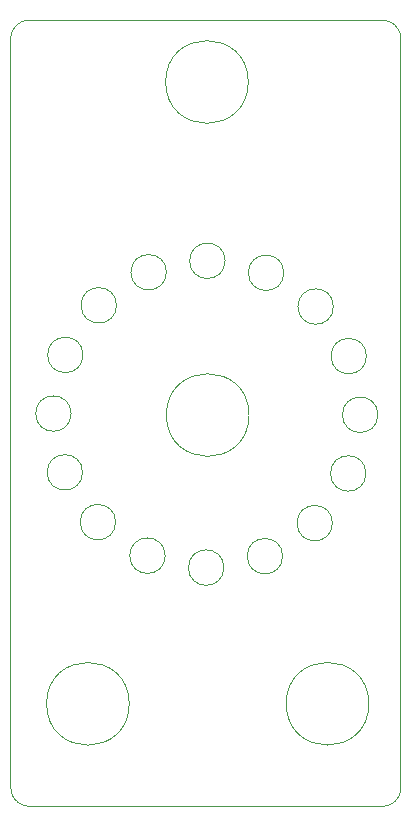
<source format=gbr>
G04 #@! TF.GenerationSoftware,KiCad,Pcbnew,(5.1.5-0-10_14)*
G04 #@! TF.CreationDate,2020-01-23T13:01:27-08:00*
G04 #@! TF.ProjectId,FaceplateBoardNoParts,46616365-706c-4617-9465-426f6172644e,rev?*
G04 #@! TF.SameCoordinates,Original*
G04 #@! TF.FileFunction,Profile,NP*
%FSLAX46Y46*%
G04 Gerber Fmt 4.6, Leading zero omitted, Abs format (unit mm)*
G04 Created by KiCad (PCBNEW (5.1.5-0-10_14)) date 2020-01-23 13:01:27*
%MOMM*%
%LPD*%
G04 APERTURE LIST*
%ADD10C,0.050000*%
%ADD11C,0.100000*%
G04 APERTURE END LIST*
D10*
X146563810Y-115838373D02*
G75*
G03X146563810Y-115838373I-1500000J0D01*
G01*
X141596427Y-114827532D02*
G75*
G03X141596427Y-114827532I-1500000J0D01*
G01*
X151538813Y-114868172D02*
G75*
G03X151538813Y-114868172I-1500000J0D01*
G01*
X137469624Y-93628387D02*
G75*
G03X137469624Y-93628387I-1500000J0D01*
G01*
X134639191Y-97831390D02*
G75*
G03X134639191Y-97831390I-1500000J0D01*
G01*
X133628350Y-102798773D02*
G75*
G03X133628350Y-102798773I-1500000J0D01*
G01*
X134598551Y-107771236D02*
G75*
G03X134598551Y-107771236I-1500000J0D01*
G01*
X137395964Y-111989479D02*
G75*
G03X137395964Y-111989479I-1500000J0D01*
G01*
X141695487Y-90830974D02*
G75*
G03X141695487Y-90830974I-1500000J0D01*
G01*
X155757056Y-112073299D02*
G75*
G03X155757056Y-112073299I-1500000J0D01*
G01*
X158595109Y-107865216D02*
G75*
G03X158595109Y-107865216I-1500000J0D01*
G01*
X159603410Y-102900373D02*
G75*
G03X159603410Y-102900373I-1500000J0D01*
G01*
X158633209Y-97930450D02*
G75*
G03X158633209Y-97930450I-1500000J0D01*
G01*
X155835796Y-93736207D02*
G75*
G03X155835796Y-93736207I-1500000J0D01*
G01*
X151635333Y-90879234D02*
G75*
G03X151635333Y-90879234I-1500000J0D01*
G01*
X146667950Y-89863313D02*
G75*
G03X146667950Y-89863313I-1500000J0D01*
G01*
X148631587Y-74721014D02*
G75*
G03X148631587Y-74721014I-3500000J0D01*
G01*
X158839587Y-127368843D02*
G75*
G03X158839587Y-127368843I-3500000J0D01*
G01*
X138551587Y-127368843D02*
G75*
G03X138551587Y-127368843I-3500000J0D01*
G01*
X148695587Y-102921343D02*
G75*
G03X148695587Y-102921343I-3500000J0D01*
G01*
D11*
X130069497Y-135999368D02*
X159927136Y-135999368D01*
X128488321Y-134418192D02*
X128491252Y-134515326D01*
X128491252Y-134515326D02*
X128499571Y-134607810D01*
X128499571Y-134607810D02*
X128512797Y-134696866D01*
X128512797Y-134696866D02*
X128530056Y-134780651D01*
X128530056Y-134780651D02*
X128550907Y-134860128D01*
X128550907Y-134860128D02*
X128575125Y-134936204D01*
X128575125Y-134936204D02*
X128602909Y-135010281D01*
X128602909Y-135010281D02*
X128633232Y-135080366D01*
X128633232Y-135080366D02*
X128666240Y-135147589D01*
X128666240Y-135147589D02*
X128702287Y-135212974D01*
X128702287Y-135212974D02*
X128742096Y-135277680D01*
X128742096Y-135277680D02*
X128782970Y-135337621D01*
X128782970Y-135337621D02*
X128826295Y-135395318D01*
X128826295Y-135395318D02*
X128871757Y-135450481D01*
X128871757Y-135450481D02*
X128919219Y-135503083D01*
X128919219Y-135503083D02*
X128968961Y-135553507D01*
X128968961Y-135553507D02*
X129021350Y-135602067D01*
X129021350Y-135602067D02*
X129075663Y-135648060D01*
X129075663Y-135648060D02*
X129133468Y-135692670D01*
X129133468Y-135692670D02*
X129192851Y-135734298D01*
X129192851Y-135734298D02*
X129254185Y-135773229D01*
X129254185Y-135773229D02*
X129318963Y-135810232D01*
X129318963Y-135810232D02*
X129387230Y-135844999D01*
X129387230Y-135844999D02*
X129457357Y-135876511D01*
X129457357Y-135876511D02*
X129531513Y-135905486D01*
X129531513Y-135905486D02*
X129606559Y-135930515D01*
X129606559Y-135930515D02*
X129685003Y-135952290D01*
X129685003Y-135952290D02*
X129768963Y-135970840D01*
X129768963Y-135970840D02*
X129856992Y-135985206D01*
X129856992Y-135985206D02*
X129949406Y-135994872D01*
X129949406Y-135994872D02*
X130045233Y-135999184D01*
X130045233Y-135999184D02*
X130069497Y-135999368D01*
X128488321Y-71032539D02*
X128488321Y-134418192D01*
X128488321Y-134418192D02*
X128488321Y-134418192D01*
X130069497Y-69451363D02*
X129967319Y-69454608D01*
X129967319Y-69454608D02*
X129874913Y-69463213D01*
X129874913Y-69463213D02*
X129787773Y-69476382D01*
X129787773Y-69476382D02*
X129704045Y-69493801D01*
X129704045Y-69493801D02*
X129624335Y-69514887D01*
X129624335Y-69514887D02*
X129547473Y-69539560D01*
X129547473Y-69539560D02*
X129474609Y-69567082D01*
X129474609Y-69567082D02*
X129404591Y-69597535D01*
X129404591Y-69597535D02*
X129336378Y-69631221D01*
X129336378Y-69631221D02*
X129271100Y-69667435D01*
X129271100Y-69667435D02*
X129208003Y-69706435D01*
X129208003Y-69706435D02*
X129147402Y-69747918D01*
X129147402Y-69747918D02*
X129083063Y-69796712D01*
X129083063Y-69796712D02*
X129018246Y-69851412D01*
X129018246Y-69851412D02*
X128965562Y-69900522D01*
X128965562Y-69900522D02*
X128915563Y-69951525D01*
X128915563Y-69951525D02*
X128868085Y-70004512D01*
X128868085Y-70004512D02*
X128822997Y-70059608D01*
X128822997Y-70059608D02*
X128779693Y-70117697D01*
X128779693Y-70117697D02*
X128738382Y-70178794D01*
X128738382Y-70178794D02*
X128699891Y-70241875D01*
X128699891Y-70241875D02*
X128664035Y-70307380D01*
X128664035Y-70307380D02*
X128631226Y-70374718D01*
X128631226Y-70374718D02*
X128600215Y-70447154D01*
X128600215Y-70447154D02*
X128573054Y-70520529D01*
X128573054Y-70520529D02*
X128548635Y-70598497D01*
X128548635Y-70598497D02*
X128527437Y-70681427D01*
X128527437Y-70681427D02*
X128510782Y-70765432D01*
X128510782Y-70765432D02*
X128498208Y-70854698D01*
X128498208Y-70854698D02*
X128490572Y-70947381D01*
X128490572Y-70947381D02*
X128488321Y-71032539D01*
X159927136Y-69451363D02*
X130069497Y-69451363D01*
X130069497Y-69451363D02*
X130069497Y-69451363D01*
X161508312Y-71032539D02*
X161505335Y-70934768D01*
X161505335Y-70934768D02*
X161496980Y-70842292D01*
X161496980Y-70842292D02*
X161483829Y-70753858D01*
X161483829Y-70753858D02*
X161466427Y-70669474D01*
X161466427Y-70669474D02*
X161444866Y-70587669D01*
X161444866Y-70587669D02*
X161420107Y-70510515D01*
X161420107Y-70510515D02*
X161392131Y-70436535D01*
X161392131Y-70436535D02*
X161361372Y-70365999D01*
X161361372Y-70365999D02*
X161327056Y-70296774D01*
X161327056Y-70296774D02*
X161290868Y-70231826D01*
X161290868Y-70231826D02*
X161252417Y-70169799D01*
X161252417Y-70169799D02*
X161211750Y-70110444D01*
X161211750Y-70110444D02*
X161167758Y-70052143D01*
X161167758Y-70052143D02*
X161122347Y-69997325D01*
X161122347Y-69997325D02*
X161074556Y-69944625D01*
X161074556Y-69944625D02*
X161024468Y-69894124D01*
X161024468Y-69894124D02*
X160972164Y-69845907D01*
X160972164Y-69845907D02*
X160917267Y-69799682D01*
X160917267Y-69799682D02*
X160859323Y-69755241D01*
X160859323Y-69755241D02*
X160800308Y-69714117D01*
X160800308Y-69714117D02*
X160738607Y-69675189D01*
X160738607Y-69675189D02*
X160673452Y-69638225D01*
X160673452Y-69638225D02*
X160606690Y-69604430D01*
X160606690Y-69604430D02*
X160537327Y-69573398D01*
X160537327Y-69573398D02*
X160463406Y-69544620D01*
X160463406Y-69544620D02*
X160387449Y-69519411D01*
X160387449Y-69519411D02*
X160307462Y-69497401D01*
X160307462Y-69497401D02*
X160222817Y-69478959D01*
X160222817Y-69478959D02*
X160134695Y-69464861D01*
X160134695Y-69464861D02*
X160043140Y-69455550D01*
X160043140Y-69455550D02*
X159946294Y-69451474D01*
X159946294Y-69451474D02*
X159927136Y-69451363D01*
X161508312Y-134418192D02*
X161508312Y-71032539D01*
X161508312Y-71032539D02*
X161508312Y-71032539D01*
X159927136Y-135999368D02*
X160024271Y-135996429D01*
X160024271Y-135996429D02*
X160116755Y-135988110D01*
X160116755Y-135988110D02*
X160203984Y-135975207D01*
X160203984Y-135975207D02*
X160288102Y-135957972D01*
X160288102Y-135957972D02*
X160368487Y-135936942D01*
X160368487Y-135936942D02*
X160445149Y-135912555D01*
X160445149Y-135912555D02*
X160519226Y-135884771D01*
X160519226Y-135884771D02*
X160590129Y-135854068D01*
X160590129Y-135854068D02*
X160658655Y-135820334D01*
X160658655Y-135820334D02*
X160725008Y-135783586D01*
X160725008Y-135783586D02*
X160787124Y-135745260D01*
X160787124Y-135745260D02*
X160846808Y-135704536D01*
X160846808Y-135704536D02*
X160904728Y-135661020D01*
X160904728Y-135661020D02*
X160959651Y-135615728D01*
X160959651Y-135615728D02*
X161012459Y-135568055D01*
X161012459Y-135568055D02*
X161063070Y-135518081D01*
X161063070Y-135518081D02*
X161115719Y-135460994D01*
X161115719Y-135460994D02*
X161161843Y-135406008D01*
X161161843Y-135406008D02*
X161205652Y-135348699D01*
X161205652Y-135348699D02*
X161246864Y-135289379D01*
X161246864Y-135289379D02*
X161285699Y-135227614D01*
X161285699Y-135227614D02*
X161322290Y-135162926D01*
X161322290Y-135162926D02*
X161356268Y-135095580D01*
X161356268Y-135095580D02*
X161387198Y-135026160D01*
X161387198Y-135026160D02*
X161415866Y-134952185D01*
X161415866Y-134952185D02*
X161440963Y-134876175D01*
X161440963Y-134876175D02*
X161462851Y-134796140D01*
X161462851Y-134796140D02*
X161480822Y-134713266D01*
X161480822Y-134713266D02*
X161494806Y-134625750D01*
X161494806Y-134625750D02*
X161504184Y-134533253D01*
X161504184Y-134533253D02*
X161508231Y-134434160D01*
X161508231Y-134434160D02*
X161508312Y-134418192D01*
M02*

</source>
